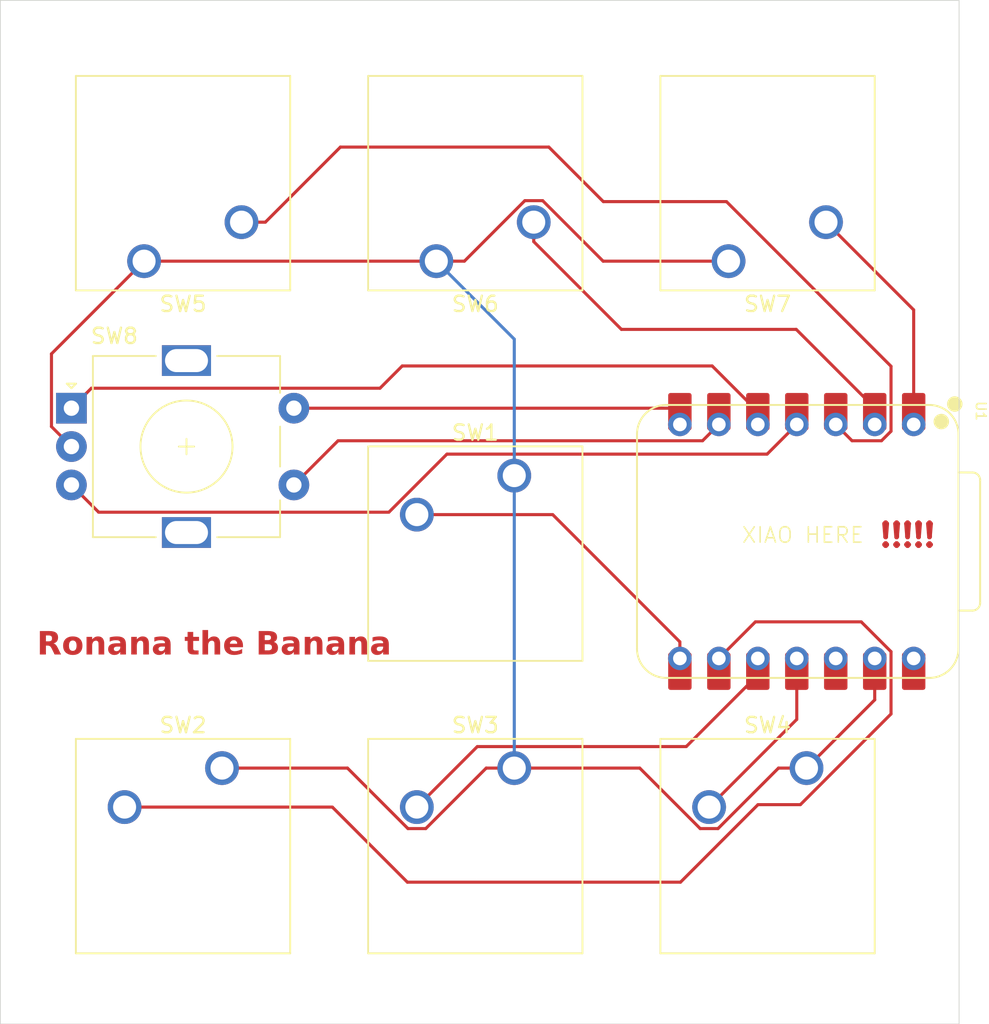
<source format=kicad_pcb>
(kicad_pcb (version 20241229) (generator "pcbnew") (generator_version "9.0")
  (layers (0 "F.Cu" signal) (2 "B.Cu" signal) (13 "F.Paste" user) (15 "B.Paste" user) (5 "F.SilkS" user "F.Silkscreen") (7 "B.SilkS" user "B.Silkscreen") (1 "F.Mask" user) (3 "B.Mask" user) (25 "Edge.Cuts" user))
  (net 0 "")
  (net 1 "+5V")
  (net 2 "GND")
  (net 3 "Net-(U1-GPIO1{slash}RX)")
  (net 4 "Net-(U1-GPIO2{slash}SCK)")
  (net 5 "Net-(U1-GPIO4{slash}MISO)")
  (net 6 "Net-(U1-GPIO3{slash}MOSI)")
  (net 7 "Net-(U1-GPIO29{slash}ADC3{slash}A3)")
  (net 8 "Net-(U1-GPIO7{slash}SCL)")
  (net 9 "Net-(U1-GPIO28{slash}ADC2{slash}A2)")
  (net 10 "Net-(U1-GPIO27{slash}ADC1{slash}A1)")
  (net 11 "Net-(U1-GPIO26{slash}ADC0{slash}A0)")
  (net 13 "Net-(U1-GPIO6{slash}SDA)")
  (net 14 "Net-(U1-GPIO0{slash}TX)")
  (footprint "Button_Switch_Keyboard:SW_Cherry_MX_1.00u_PCB" (layer "F.Cu") (at 114.14125 88.42375 180)
    (property "Reference" "SW5" (at -2.54 -2.794 0) (layer "F.SilkS"))
    (property "Value" "SW_Push")
    (fp_line (start 4.445 12.065) (end -9.525 12.065) (stroke (width 0.12)) (layer "F.SilkS"))
    (fp_line (start 4.445 -1.905) (end 4.445 12.065) (stroke (width 0.12)) (layer "F.SilkS"))
    (fp_line (start -9.525 12.065) (end -9.525 -1.905) (stroke (width 0.12)) (layer "F.SilkS"))
    (fp_line (start -9.525 -1.905) (end 4.445 -1.905) (stroke (width 0.12)) (layer "F.SilkS"))
    (pad "" np_thru_hole circle (at -7.62 5.08 180) (size 1.7 1.7) (drill 1.7) (layers "*.Cu" "*.Mask"))
    (pad "" np_thru_hole circle (at -2.54 5.08 180) (size 4 4) (drill 4) (layers "*.Cu" "*.Mask"))
    (pad "" np_thru_hole circle (at 2.54 5.08 180) (size 1.7 1.7) (drill 1.7) (layers "*.Cu" "*.Mask"))
    (pad "1" thru_hole circle (at 0 0 180) (size 2.2 2.2) (drill 1.5) (layers "*.Cu" "*.Mask") (net 2 "GND"))
    (pad "2" thru_hole circle (at -6.35 2.54 180) (size 2.2 2.2) (drill 1.5) (layers "*.Cu" "*.Mask") (net 9 "Net-(U1-GPIO28{slash}ADC2{slash}A2)"))
  )
  (footprint "OPL:XIAO-RP2040-DIP" (layer "F.Cu") (at 156.68625 106.68 -90)
    (property "Reference" "U1" (at -8.5 -12 270) (layer "F.SilkS") (effects (font (size 0.635 0.635) (thickness 0.1016))))
    (property "Value" "XIAO-RP2040-DIP")
    (fp_line (start -6.985 10.414) (end 6.985 10.414) (stroke (width 0.127)) (layer "F.SilkS"))
    (fp_line (start -8.89 8.509) (end -8.89 -8.636) (stroke (width 0.127)) (layer "F.SilkS"))
    (fp_line (start 8.89 8.509) (end 8.89 -8.636) (stroke (width 0.127)) (layer "F.SilkS"))
    (fp_line (start -4.495 -10.541) (end -4.491272 -11.451272) (stroke (width 0.127)) (layer "F.SilkS"))
    (fp_line (start 6.985 -10.541) (end -6.985 -10.541) (stroke (width 0.1)) (layer "F.SilkS"))
    (fp_line (start 6.985 -10.541) (end -6.985 -10.541) (stroke (width 0.127)) (layer "F.SilkS"))
    (fp_line (start 4.504 -11.451) (end 4.504 -10.541) (stroke (width 0.127)) (layer "F.SilkS"))
    (fp_line (start -3.991272 -11.951) (end 4.004 -11.951) (stroke (width 0.127)) (layer "F.SilkS"))
    (fp_arc (start -6.985 10.414) (mid -8.332038 9.856038) (end -8.89 8.509) (stroke (width 0.127)) (layer "F.SilkS"))
    (fp_arc (start 8.89 8.509) (mid 8.332038 9.856038) (end 6.985 10.414) (stroke (width 0.127)) (layer "F.SilkS"))
    (fp_arc (start -8.89 -8.636) (mid -8.332038 -9.983038) (end -6.985 -10.541) (stroke (width 0.127)) (layer "F.SilkS"))
    (fp_arc (start 6.985 -10.541) (mid 8.332038 -9.983038) (end 8.89 -8.636) (stroke (width 0.127)) (layer "F.SilkS"))
    (fp_arc (start -4.491272 -11.451272) (mid -4.344728 -11.80464) (end -3.991272 -11.951) (stroke (width 0.127)) (layer "F.SilkS"))
    (fp_arc (start 4.004 -11.951) (mid 4.357553 -11.804553) (end 4.504 -11.451) (stroke (width 0.127)) (layer "F.SilkS"))
    (fp_circle (center -7.807 -9.42) (end -7.807 -9.674) (stroke (width 0.5)) (fill yes) (layer "F.SilkS"))
    (fp_circle (center -8.95 -10.3) (end -8.95 -10.554) (stroke (width 0.5)) (fill yes) (layer "F.SilkS"))
    (pad "1" smd roundrect (at -8.455 -7.62 90) (size 2.432 1.524) (layers "F.Cu" "F.Mask") (roundrect_rratio 0.1) (net 11 "Net-(U1-GPIO26{slash}ADC0{slash}A0)"))
    (pad "1" thru_hole circle (at -7.62 -7.62 90) (size 1.524 1.524) (drill 0.889) (layers "*.Cu" "*.Mask") (net 11 "Net-(U1-GPIO26{slash}ADC0{slash}A0)"))
    (pad "2" smd roundrect (at -8.455 -5.08 90) (size 2.432 1.524) (layers "F.Cu" "F.Mask") (roundrect_rratio 0.1) (net 10 "Net-(U1-GPIO27{slash}ADC1{slash}A1)"))
    (pad "2" thru_hole circle (at -7.62 -5.08 90) (size 1.524 1.524) (drill 0.889) (layers "*.Cu" "*.Mask") (net 10 "Net-(U1-GPIO27{slash}ADC1{slash}A1)"))
    (pad "3" smd roundrect (at -8.455 -2.54 90) (size 2.432 1.524) (layers "F.Cu" "F.Mask") (roundrect_rratio 0.1) (net 9 "Net-(U1-GPIO28{slash}ADC2{slash}A2)"))
    (pad "3" thru_hole circle (at -7.62 -2.54 90) (size 1.524 1.524) (drill 0.889) (layers "*.Cu" "*.Mask") (net 9 "Net-(U1-GPIO28{slash}ADC2{slash}A2)"))
    (pad "4" smd roundrect (at -8.455 0 90) (size 2.432 1.524) (layers "F.Cu" "F.Mask") (roundrect_rratio 0.1) (net 7 "Net-(U1-GPIO29{slash}ADC3{slash}A3)"))
    (pad "4" thru_hole circle (at -7.62 0 90) (size 1.524 1.524) (drill 0.889) (layers "*.Cu" "*.Mask") (net 7 "Net-(U1-GPIO29{slash}ADC3{slash}A3)"))
    (pad "5" smd roundrect (at -8.455 2.54 90) (size 2.432 1.524) (layers "F.Cu" "F.Mask") (roundrect_rratio 0.1) (net 13 "Net-(U1-GPIO6{slash}SDA)"))
    (pad "5" thru_hole circle (at -7.62 2.54 90) (size 1.524 1.524) (drill 0.889) (layers "*.Cu" "*.Mask") (net 13 "Net-(U1-GPIO6{slash}SDA)"))
    (pad "6" smd roundrect (at -8.455 5.08 90) (size 2.432 1.524) (layers "F.Cu" "F.Mask") (roundrect_rratio 0.1) (net 8 "Net-(U1-GPIO7{slash}SCL)"))
    (pad "6" thru_hole circle (at -7.62 5.08 90) (size 1.524 1.524) (drill 0.889) (layers "*.Cu" "*.Mask") (net 8 "Net-(U1-GPIO7{slash}SCL)"))
    (pad "7" smd roundrect (at -8.455 7.62 90) (size 2.432 1.524) (layers "F.Cu" "F.Mask") (roundrect_rratio 0.1) (net 14 "Net-(U1-GPIO0{slash}TX)"))
    (pad "7" thru_hole circle (at -7.62 7.62 90) (size 1.524 1.524) (drill 0.889) (layers "*.Cu" "*.Mask") (net 14 "Net-(U1-GPIO0{slash}TX)"))
    (pad "8" thru_hole circle (at 7.62 7.62 270) (size 1.524 1.524) (drill 0.889) (layers "*.Cu" "*.Mask") (net 3 "Net-(U1-GPIO1{slash}RX)"))
    (pad "8" smd roundrect (at 8.455 7.62 270) (size 2.432 1.524) (layers "F.Cu" "F.Mask") (roundrect_rratio 0.1) (net 3 "Net-(U1-GPIO1{slash}RX)"))
    (pad "9" thru_hole circle (at 7.62 5.08 270) (size 1.524 1.524) (drill 0.889) (layers "*.Cu" "*.Mask") (net 4 "Net-(U1-GPIO2{slash}SCK)"))
    (pad "9" smd roundrect (at 8.455 5.08 270) (size 2.432 1.524) (layers "F.Cu" "F.Mask") (roundrect_rratio 0.1) (net 4 "Net-(U1-GPIO2{slash}SCK)"))
    (pad "10" thru_hole circle (at 7.62 2.54 270) (size 1.524 1.524) (drill 0.889) (layers "*.Cu" "*.Mask") (net 5 "Net-(U1-GPIO4{slash}MISO)"))
    (pad "10" smd roundrect (at 8.455 2.54 270) (size 2.432 1.524) (layers "F.Cu" "F.Mask") (roundrect_rratio 0.1) (net 5 "Net-(U1-GPIO4{slash}MISO)"))
    (pad "11" thru_hole circle (at 7.62 0 270) (size 1.524 1.524) (drill 0.889) (layers "*.Cu" "*.Mask") (net 6 "Net-(U1-GPIO3{slash}MOSI)"))
    (pad "11" smd roundrect (at 8.455 0 270) (size 2.432 1.524) (layers "F.Cu" "F.Mask") (roundrect_rratio 0.1) (net 6 "Net-(U1-GPIO3{slash}MOSI)"))
    (pad "12" thru_hole circle (at 7.62 -2.54 270) (size 1.524 1.524) (drill 0.889) (layers "*.Cu" "*.Mask"))
    (pad "12" smd roundrect (at 8.455 -2.54 270) (size 2.432 1.524) (layers "F.Cu" "F.Mask") (roundrect_rratio 0.1))
    (pad "13" thru_hole circle (at 7.62 -5.08 270) (size 1.524 1.524) (drill 0.889) (layers "*.Cu" "*.Mask") (net 2 "GND"))
    (pad "13" smd roundrect (at 8.455 -5.08 270) (size 2.432 1.524) (layers "F.Cu" "F.Mask") (roundrect_rratio 0.1) (net 2 "GND"))
    (pad "14" thru_hole circle (at 7.62 -7.62 270) (size 1.524 1.524) (drill 0.889) (layers "*.Cu" "*.Mask") (net 1 "+5V"))
    (pad "14" smd roundrect (at 8.455 -7.62 270) (size 2.432 1.524) (layers "F.Cu" "F.Mask") (roundrect_rratio 0.1) (net 1 "+5V"))
  )
  (footprint "Button_Switch_Keyboard:SW_Cherry_MX_1.00u_PCB" (layer "F.Cu") (at 138.27125 121.44375)
    (property "Reference" "SW3" (at -2.54 -2.794 0) (layer "F.SilkS"))
    (property "Value" "SW_Push")
    (fp_line (start -9.525 -1.905) (end 4.445 -1.905) (stroke (width 0.12)) (layer "F.SilkS"))
    (fp_line (start -9.525 12.065) (end -9.525 -1.905) (stroke (width 0.12)) (layer "F.SilkS"))
    (fp_line (start 4.445 -1.905) (end 4.445 12.065) (stroke (width 0.12)) (layer "F.SilkS"))
    (fp_line (start 4.445 12.065) (end -9.525 12.065) (stroke (width 0.12)) (layer "F.SilkS"))
    (pad "" np_thru_hole circle (at -7.62 5.08) (size 1.7 1.7) (drill 1.7) (layers "*.Cu" "*.Mask"))
    (pad "" np_thru_hole circle (at -2.54 5.08) (size 4 4) (drill 4) (layers "*.Cu" "*.Mask"))
    (pad "" np_thru_hole circle (at 2.54 5.08) (size 1.7 1.7) (drill 1.7) (layers "*.Cu" "*.Mask"))
    (pad "1" thru_hole circle (at 0 0) (size 2.2 2.2) (drill 1.5) (layers "*.Cu" "*.Mask") (net 2 "GND"))
    (pad "2" thru_hole circle (at -6.35 2.54) (size 2.2 2.2) (drill 1.5) (layers "*.Cu" "*.Mask") (net 5 "Net-(U1-GPIO4{slash}MISO)"))
  )
  (footprint "Button_Switch_Keyboard:SW_Cherry_MX_1.00u_PCB" (layer "F.Cu") (at 119.22125 121.44375)
    (property "Reference" "SW2" (at -2.54 -2.794 0) (layer "F.SilkS"))
    (property "Value" "SW_Push")
    (fp_line (start -9.525 -1.905) (end 4.445 -1.905) (stroke (width 0.12)) (layer "F.SilkS"))
    (fp_line (start -9.525 12.065) (end -9.525 -1.905) (stroke (width 0.12)) (layer "F.SilkS"))
    (fp_line (start 4.445 -1.905) (end 4.445 12.065) (stroke (width 0.12)) (layer "F.SilkS"))
    (fp_line (start 4.445 12.065) (end -9.525 12.065) (stroke (width 0.12)) (layer "F.SilkS"))
    (pad "" np_thru_hole circle (at -7.62 5.08) (size 1.7 1.7) (drill 1.7) (layers "*.Cu" "*.Mask"))
    (pad "" np_thru_hole circle (at -2.54 5.08) (size 4 4) (drill 4) (layers "*.Cu" "*.Mask"))
    (pad "" np_thru_hole circle (at 2.54 5.08) (size 1.7 1.7) (drill 1.7) (layers "*.Cu" "*.Mask"))
    (pad "1" thru_hole circle (at 0 0) (size 2.2 2.2) (drill 1.5) (layers "*.Cu" "*.Mask") (net 2 "GND"))
    (pad "2" thru_hole circle (at -6.35 2.54) (size 2.2 2.2) (drill 1.5) (layers "*.Cu" "*.Mask") (net 4 "Net-(U1-GPIO2{slash}SCK)"))
  )
  (footprint "Button_Switch_Keyboard:SW_Cherry_MX_1.00u_PCB" (layer "F.Cu") (at 157.32125 121.44375)
    (property "Reference" "SW4" (at -2.54 -2.794 0) (layer "F.SilkS"))
    (property "Value" "SW_Push")
    (fp_line (start -9.525 -1.905) (end 4.445 -1.905) (stroke (width 0.12)) (layer "F.SilkS"))
    (fp_line (start -9.525 12.065) (end -9.525 -1.905) (stroke (width 0.12)) (layer "F.SilkS"))
    (fp_line (start 4.445 -1.905) (end 4.445 12.065) (stroke (width 0.12)) (layer "F.SilkS"))
    (fp_line (start 4.445 12.065) (end -9.525 12.065) (stroke (width 0.12)) (layer "F.SilkS"))
    (pad "" np_thru_hole circle (at -7.62 5.08) (size 1.7 1.7) (drill 1.7) (layers "*.Cu" "*.Mask"))
    (pad "" np_thru_hole circle (at -2.54 5.08) (size 4 4) (drill 4) (layers "*.Cu" "*.Mask"))
    (pad "" np_thru_hole circle (at 2.54 5.08) (size 1.7 1.7) (drill 1.7) (layers "*.Cu" "*.Mask"))
    (pad "1" thru_hole circle (at 0 0) (size 2.2 2.2) (drill 1.5) (layers "*.Cu" "*.Mask") (net 2 "GND"))
    (pad "2" thru_hole circle (at -6.35 2.54) (size 2.2 2.2) (drill 1.5) (layers "*.Cu" "*.Mask") (net 6 "Net-(U1-GPIO3{slash}MOSI)"))
  )
  (footprint "Rotary_Encoder:RotaryEncoder_Alps_EC11E-Switch_Vertical_H20mm" (layer "F.Cu") (at 109.405902 98.000525)
    (property "Reference" "SW8" (at 2.8 -4.7 0) (layer "F.SilkS"))
    (property "Value" "RotaryEncoder_Switch")
    (fp_line (start -0.3 -1.6) (end 0.3 -1.6) (stroke (width 0.12)) (layer "F.SilkS"))
    (fp_line (start 0 -1.3) (end -0.3 -1.6) (stroke (width 0.12)) (layer "F.SilkS"))
    (fp_line (start 0.3 -1.6) (end 0 -1.3) (stroke (width 0.12)) (layer "F.SilkS"))
    (fp_line (start 1.4 -3.4) (end 1.4 8.4) (stroke (width 0.12)) (layer "F.SilkS"))
    (fp_line (start 5.5 -3.4) (end 1.4 -3.4) (stroke (width 0.12)) (layer "F.SilkS"))
    (fp_line (start 5.5 8.4) (end 1.4 8.4) (stroke (width 0.12)) (layer "F.SilkS"))
    (fp_line (start 7 2.5) (end 8 2.5) (stroke (width 0.12)) (layer "F.SilkS"))
    (fp_line (start 7.5 2) (end 7.5 3) (stroke (width 0.12)) (layer "F.SilkS"))
    (fp_line (start 9.5 -3.4) (end 13.6 -3.4) (stroke (width 0.12)) (layer "F.SilkS"))
    (fp_line (start 13.6 -3.4) (end 13.6 -1) (stroke (width 0.12)) (layer "F.SilkS"))
    (fp_line (start 13.6 1.2) (end 13.6 3.8) (stroke (width 0.12)) (layer "F.SilkS"))
    (fp_line (start 13.6 6) (end 13.6 8.4) (stroke (width 0.12)) (layer "F.SilkS"))
    (fp_line (start 13.6 8.4) (end 9.5 8.4) (stroke (width 0.12)) (layer "F.SilkS"))
    (fp_circle (center 7.5 2.5) (end 10.5 2.5) (stroke (width 0.12)) (fill no) (layer "F.SilkS"))
    (pad "A" thru_hole rect (at 0 0) (size 2 2) (drill 1) (layers "*.Cu" "*.Mask") (net 13 "Net-(U1-GPIO6{slash}SDA)"))
    (pad "B" thru_hole circle (at 0 5) (size 2 2) (drill 1) (layers "*.Cu" "*.Mask") (net 7 "Net-(U1-GPIO29{slash}ADC3{slash}A3)"))
    (pad "C" thru_hole circle (at 0 2.5) (size 2 2) (drill 1) (layers "*.Cu" "*.Mask") (net 2 "GND"))
    (pad "MP" thru_hole rect (at 7.5 -3.1) (size 3.2 2) (drill oval 2.8 1.5) (layers "*.Cu" "*.Mask"))
    (pad "MP" thru_hole rect (at 7.5 8.1) (size 3.2 2) (drill oval 2.8 1.5) (layers "*.Cu" "*.Mask"))
    (pad "S1" thru_hole circle (at 14.5 5) (size 2 2) (drill 1) (layers "*.Cu" "*.Mask") (net 8 "Net-(U1-GPIO7{slash}SCL)"))
    (pad "S2" thru_hole circle (at 14.5 0) (size 2 2) (drill 1) (layers "*.Cu" "*.Mask") (net 14 "Net-(U1-GPIO0{slash}TX)"))
  )
  (footprint "Button_Switch_Keyboard:SW_Cherry_MX_1.00u_PCB" (layer "F.Cu") (at 133.19125 88.42375 180)
    (property "Reference" "SW6" (at -2.54 -2.794 0) (layer "F.SilkS"))
    (property "Value" "SW_Push")
    (fp_line (start 4.445 12.065) (end -9.525 12.065) (stroke (width 0.12)) (layer "F.SilkS"))
    (fp_line (start 4.445 -1.905) (end 4.445 12.065) (stroke (width 0.12)) (layer "F.SilkS"))
    (fp_line (start -9.525 12.065) (end -9.525 -1.905) (stroke (width 0.12)) (layer "F.SilkS"))
    (fp_line (start -9.525 -1.905) (end 4.445 -1.905) (stroke (width 0.12)) (layer "F.SilkS"))
    (pad "" np_thru_hole circle (at -7.62 5.08 180) (size 1.7 1.7) (drill 1.7) (layers "*.Cu" "*.Mask"))
    (pad "" np_thru_hole circle (at -2.54 5.08 180) (size 4 4) (drill 4) (layers "*.Cu" "*.Mask"))
    (pad "" np_thru_hole circle (at 2.54 5.08 180) (size 1.7 1.7) (drill 1.7) (layers "*.Cu" "*.Mask"))
    (pad "1" thru_hole circle (at 0 0 180) (size 2.2 2.2) (drill 1.5) (layers "*.Cu" "*.Mask") (net 2 "GND"))
    (pad "2" thru_hole circle (at -6.35 2.54 180) (size 2.2 2.2) (drill 1.5) (layers "*.Cu" "*.Mask") (net 10 "Net-(U1-GPIO27{slash}ADC1{slash}A1)"))
  )
  (footprint "Button_Switch_Keyboard:SW_Cherry_MX_1.00u_PCB" (layer "F.Cu") (at 138.27125 102.39375)
    (property "Reference" "SW1" (at -2.54 -2.794 0) (layer "F.SilkS"))
    (property "Value" "SW_Push")
    (fp_line (start -9.525 -1.905) (end 4.445 -1.905) (stroke (width 0.12)) (layer "F.SilkS"))
    (fp_line (start -9.525 12.065) (end -9.525 -1.905) (stroke (width 0.12)) (layer "F.SilkS"))
    (fp_line (start 4.445 -1.905) (end 4.445 12.065) (stroke (width 0.12)) (layer "F.SilkS"))
    (fp_line (start 4.445 12.065) (end -9.525 12.065) (stroke (width 0.12)) (layer "F.SilkS"))
    (pad "" np_thru_hole circle (at -7.62 5.08) (size 1.7 1.7) (drill 1.7) (layers "*.Cu" "*.Mask"))
    (pad "" np_thru_hole circle (at -2.54 5.08) (size 4 4) (drill 4) (layers "*.Cu" "*.Mask"))
    (pad "" np_thru_hole circle (at 2.54 5.08) (size 1.7 1.7) (drill 1.7) (layers "*.Cu" "*.Mask"))
    (pad "1" thru_hole circle (at 0 0) (size 2.2 2.2) (drill 1.5) (layers "*.Cu" "*.Mask") (net 2 "GND"))
    (pad "2" thru_hole circle (at -6.35 2.54) (size 2.2 2.2) (drill 1.5) (layers "*.Cu" "*.Mask") (net 3 "Net-(U1-GPIO1{slash}RX)"))
  )
  (footprint "Button_Switch_Keyboard:SW_Cherry_MX_1.00u_PCB" (layer "F.Cu") (at 152.24125 88.42375 180)
    (property "Reference" "SW7" (at -2.54 -2.794 0) (layer "F.SilkS"))
    (property "Value" "SW_Push")
    (fp_line (start 4.445 12.065) (end -9.525 12.065) (stroke (width 0.12)) (layer "F.SilkS"))
    (fp_line (start 4.445 -1.905) (end 4.445 12.065) (stroke (width 0.12)) (layer "F.SilkS"))
    (fp_line (start -9.525 12.065) (end -9.525 -1.905) (stroke (width 0.12)) (layer "F.SilkS"))
    (fp_line (start -9.525 -1.905) (end 4.445 -1.905) (stroke (width 0.12)) (layer "F.SilkS"))
    (pad "" np_thru_hole circle (at -7.62 5.08 180) (size 1.7 1.7) (drill 1.7) (layers "*.Cu" "*.Mask"))
    (pad "" np_thru_hole circle (at -2.54 5.08 180) (size 4 4) (drill 4) (layers "*.Cu" "*.Mask"))
    (pad "" np_thru_hole circle (at 2.54 5.08 180) (size 1.7 1.7) (drill 1.7) (layers "*.Cu" "*.Mask"))
    (pad "1" thru_hole circle (at 0 0 180) (size 2.2 2.2) (drill 1.5) (layers "*.Cu" "*.Mask") (net 2 "GND"))
    (pad "2" thru_hole circle (at -6.35 2.54 180) (size 2.2 2.2) (drill 1.5) (layers "*.Cu" "*.Mask") (net 11 "Net-(U1-GPIO26{slash}ADC0{slash}A0)"))
  )
  (gr_rect (start 104.775 71.4375) (end 167.265423 138.1125) (stroke (width 0.05)) (fill no) (layer "Edge.Cuts"))
  (gr_text "!!!!!" (at 161.925 107.15625 0) (layer "F.Cu") (effects (font (size 1.5 1.5) (thickness 0.3) (bold yes)) (justify left bottom)))
  (gr_text "Ronana the Banana" (at 107.15625 114.3 0) (layer "F.Cu") (effects (font (size 1.5 1.5) (thickness 0.3) (bold yes)) (justify left bottom)))
  (gr_text "XIAO HERE" (at 153.040896 106.852179 0) (layer "F.SilkS") (effects (font (size 1 1) (thickness 0.1)) (justify left bottom)))
  (segment (start 127.399936 121.44375) (end 131.340936 125.38475) (width 0.2) (layer "F.Cu") (net 2))
  (segment (start 161.76625 114.3) (end 161.76625 116.99875) (width 0.2) (layer "F.Cu") (net 2))
  (segment (start 150.390936 125.38475) (end 151.551564 125.38475) (width 0.2) (layer "F.Cu") (net 2))
  (segment (start 119.22125 121.285) (end 119.04475 121.1085) (width 0.2) (layer "F.Cu") (net 2))
  (segment (start 136.442564 121.44375) (end 138.27125 121.44375) (width 0.2) (layer "F.Cu") (net 2))
  (segment (start 109.405902 100.500525) (end 108.104902 99.199525) (width 0.2) (layer "F.Cu") (net 2))
  (segment (start 114.14125 88.42375) (end 133.19125 88.42375) (width 0.2) (layer "F.Cu") (net 2))
  (segment (start 133.19125 88.42375) (end 135.019936 88.42375) (width 0.2) (layer "F.Cu") (net 2))
  (segment (start 132.501564 125.38475) (end 136.442564 121.44375) (width 0.2) (layer "F.Cu") (net 2))
  (segment (start 138.960936 84.48275) (end 140.121564 84.48275) (width 0.2) (layer "F.Cu") (net 2))
  (segment (start 119.22125 121.44375) (end 119.22125 121.285) (width 0.2) (layer "F.Cu") (net 2))
  (segment (start 151.551564 125.38475) (end 155.492564 121.44375) (width 0.2) (layer "F.Cu") (net 2))
  (segment (start 140.121564 84.48275) (end 144.062564 88.42375) (width 0.2) (layer "F.Cu") (net 2))
  (segment (start 155.492564 121.44375) (end 157.32125 121.44375) (width 0.2) (layer "F.Cu") (net 2))
  (segment (start 146.449936 121.44375) (end 150.390936 125.38475) (width 0.2) (layer "F.Cu") (net 2))
  (segment (start 161.76625 116.99875) (end 157.32125 121.44375) (width 0.2) (layer "F.Cu") (net 2))
  (segment (start 108.104902 94.460098) (end 114.14125 88.42375) (width 0.2) (layer "F.Cu") (net 2))
  (segment (start 135.019936 88.42375) (end 138.960936 84.48275) (width 0.2) (layer "F.Cu") (net 2))
  (segment (start 119.22125 121.44375) (end 127.399936 121.44375) (width 0.2) (layer "F.Cu") (net 2))
  (segment (start 144.062564 88.42375) (end 152.24125 88.42375) (width 0.2) (layer "F.Cu") (net 2))
  (segment (start 108.104902 99.199525) (end 108.104902 94.460098) (width 0.2) (layer "F.Cu") (net 2))
  (segment (start 138.27125 121.44375) (end 146.449936 121.44375) (width 0.2) (layer "F.Cu") (net 2))
  (segment (start 131.340936 125.38475) (end 132.501564 125.38475) (width 0.2) (layer "F.Cu") (net 2))
  (segment (start 138.27125 93.50375) (end 138.27125 102.39375) (width 0.2) (layer "B.Cu") (net 2))
  (segment (start 138.27125 121.44375) (end 138.27125 102.39375) (width 0.2) (layer "B.Cu") (net 2))
  (segment (start 133.19125 88.42375) (end 138.27125 93.50375) (width 0.2) (layer "B.Cu") (net 2))
  (segment (start 149.06625 113.22237) (end 140.77763 104.93375) (width 0.2) (layer "F.Cu") (net 3))
  (segment (start 149.06625 114.3) (end 149.06625 113.22237) (width 0.2) (layer "F.Cu") (net 3))
  (segment (start 140.77763 104.93375) (end 131.92125 104.93375) (width 0.2) (layer "F.Cu") (net 3))
  (segment (start 162.82925 113.85969) (end 160.88831 111.91875) (width 0.2) (layer "F.Cu") (net 4))
  (segment (start 162.82925 117.917064) (end 162.82925 113.85969) (width 0.2) (layer "F.Cu") (net 4))
  (segment (start 154.155184 123.825) (end 156.921314 123.825) (width 0.2) (layer "F.Cu") (net 4))
  (segment (start 126.41278 123.98375) (end 131.30378 128.87475) (width 0.2) (layer "F.Cu") (net 4))
  (segment (start 131.30378 128.87475) (end 149.105434 128.87475) (width 0.2) (layer "F.Cu") (net 4))
  (segment (start 149.105434 128.87475) (end 154.155184 123.825) (width 0.2) (layer "F.Cu") (net 4))
  (segment (start 156.921314 123.825) (end 162.82925 117.917064) (width 0.2) (layer "F.Cu") (net 4))
  (segment (start 153.9875 111.91875) (end 151.60625 114.3) (width 0.2) (layer "F.Cu") (net 4))
  (segment (start 160.88831 111.91875) (end 153.9875 111.91875) (width 0.2) (layer "F.Cu") (net 4))
  (segment (start 112.87125 123.98375) (end 126.41278 123.98375) (width 0.2) (layer "F.Cu") (net 4))
  (segment (start 154.14625 114.3) (end 154.14625 115.37763) (width 0.2) (layer "F.Cu") (net 5))
  (segment (start 149.48113 120.04275) (end 135.86225 120.04275) (width 0.2) (layer "F.Cu") (net 5))
  (segment (start 154.14625 115.37763) (end 149.48113 120.04275) (width 0.2) (layer "F.Cu") (net 5))
  (segment (start 135.86225 120.04275) (end 131.92125 123.98375) (width 0.2) (layer "F.Cu") (net 5))
  (segment (start 150.97125 123.98375) (end 156.68625 118.26875) (width 0.2) (layer "F.Cu") (net 6))
  (segment (start 156.68625 118.26875) (end 156.68625 114.3) (width 0.2) (layer "F.Cu") (net 6))
  (segment (start 130.098686 104.775) (end 133.880936 100.99275) (width 0.2) (layer "F.Cu") (net 7))
  (segment (start 133.880936 100.99275) (end 154.7535 100.99275) (width 0.2) (layer "F.Cu") (net 7))
  (segment (start 154.7535 100.99275) (end 156.68625 99.06) (width 0.2) (layer "F.Cu") (net 7))
  (segment (start 109.405902 103.000525) (end 111.180377 104.775) (width 0.2) (layer "F.Cu") (net 7))
  (segment (start 111.180377 104.775) (end 130.098686 104.775) (width 0.2) (layer "F.Cu") (net 7))
  (segment (start 126.783427 100.123) (end 150.54325 100.123) (width 0.2) (layer "F.Cu") (net 8))
  (segment (start 123.905902 103.000525) (end 126.783427 100.123) (width 0.2) (layer "F.Cu") (net 8))
  (segment (start 150.54325 100.123) (end 151.60625 99.06) (width 0.2) (layer "F.Cu") (net 8))
  (segment (start 162.20656 100.123) (end 162.82925 99.50031) (width 0.2) (layer "F.Cu") (net 9))
  (segment (start 160.28925 100.123) (end 162.20656 100.123) (width 0.2) (layer "F.Cu") (net 9))
  (segment (start 140.524 80.99275) (end 126.937884 80.99275) (width 0.2) (layer "F.Cu") (net 9))
  (segment (start 159.22625 99.06) (end 160.28925 100.123) (width 0.2) (layer "F.Cu") (net 9))
  (segment (start 162.82925 95.27075) (end 152.10325 84.54475) (width 0.2) (layer "F.Cu") (net 9))
  (segment (start 144.076 84.54475) (end 140.524 80.99275) (width 0.2) (layer "F.Cu") (net 9))
  (segment (start 159.22625 99.06) (end 159.22625 97.98237) (width 0.2) (layer "F.Cu") (net 9))
  (segment (start 122.046884 85.88375) (end 120.49125 85.88375) (width 0.2) (layer "F.Cu") (net 9))
  (segment (start 126.937884 80.99275) (end 122.046884 85.88375) (width 0.2) (layer "F.Cu") (net 9))
  (segment (start 152.10325 84.54475) (end 144.076 84.54475) (width 0.2) (layer "F.Cu") (net 9))
  (segment (start 162.82925 99.50031) (end 162.82925 95.27075) (width 0.2) (layer "F.Cu") (net 9))
  (segment (start 161.76625 99.06) (end 161.76625 97.98237) (width 0.2) (layer "F.Cu") (net 10))
  (segment (start 161.76625 97.98237) (end 156.65263 92.86875) (width 0.2) (layer "F.Cu") (net 10))
  (segment (start 139.54125 87.15375) (end 139.54125 85.88375) (width 0.2) (layer "F.Cu") (net 10))
  (segment (start 156.65263 92.86875) (end 145.25625 92.86875) (width 0.2) (layer "F.Cu") (net 10))
  (segment (start 145.25625 92.86875) (end 139.54125 87.15375) (width 0.2) (layer "F.Cu") (net 10))
  (segment (start 164.30625 99.06) (end 164.30625 91.59875) (width 0.2) (layer "F.Cu") (net 11))
  (segment (start 164.30625 91.59875) (end 158.59125 85.88375) (width 0.2) (layer "F.Cu") (net 11))
  (segment (start 154.14625 99.06) (end 154.14625 97.98237) (width 0.2) (layer "F.Cu") (net 13))
  (segment (start 151.17125 95.25) (end 154.14625 98.225) (width 0.2) (layer "F.Cu") (net 13))
  (segment (start 129.519225 96.699525) (end 130.96875 95.25) (width 0.2) (layer "F.Cu") (net 13))
  (segment (start 110.706902 96.699525) (end 129.519225 96.699525) (width 0.2) (layer "F.Cu") (net 13))
  (segment (start 109.405902 98.000525) (end 110.706902 96.699525) (width 0.2) (layer "F.Cu") (net 13))
  (segment (start 130.96875 95.25) (end 151.17125 95.25) (width 0.2) (layer "F.Cu") (net 13))
  (segment (start 123.905902 98.000525) (end 148.841775 98.000525) (width 0.2) (layer "F.Cu") (net 14))
  (segment (start 148.841775 98.000525) (end 149.06625 98.225) (width 0.2) (layer "F.Cu") (net 14))
)
</source>
